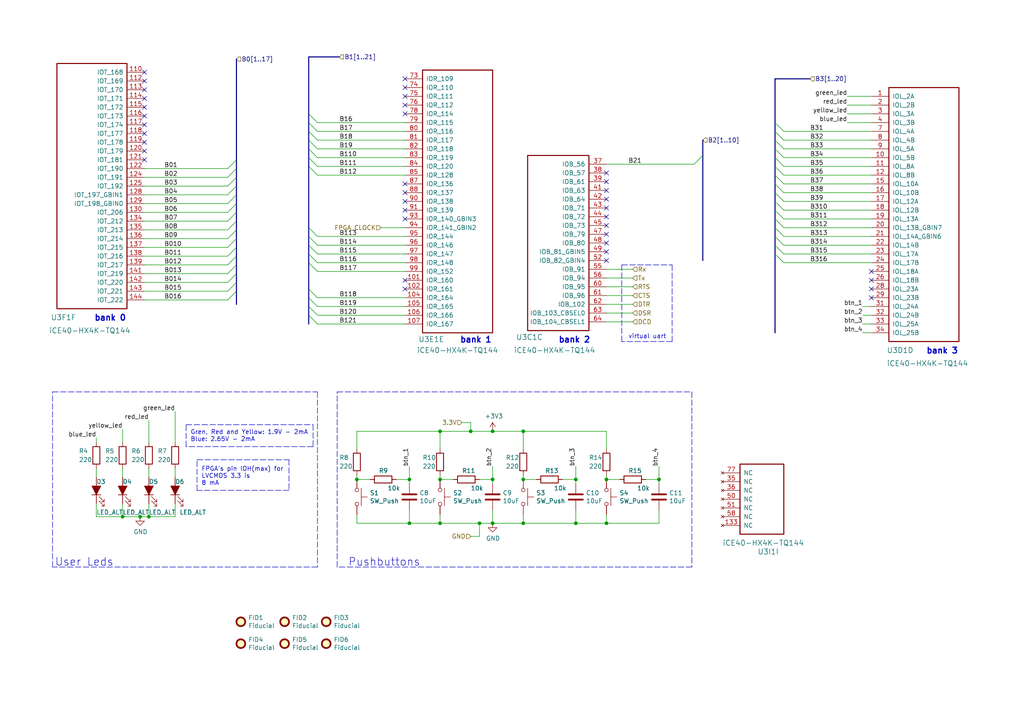
<source format=kicad_sch>
(kicad_sch (version 20231120) (generator "eeschema") (generator_version "8.0")
  (paper "A4")
  (title_block (title "FPGA Banks") (date "2020-04-19") (rev "1.2") (company "UTN - Facultad Regional Haedo - Grupo ASE"))
  (junction (at 151.765 125.095))
  (junction (at 142.875 139.065))
  (junction (at 127.635 151.765))
  (junction (at 40.64 149.86))
  (junction (at 127.635 139.065))
  (junction (at 167.005 151.765))
  (junction (at 167.005 139.065))
  (junction (at 118.745 151.765))
  (junction (at 118.745 139.065))
  (junction (at 139.065 151.765))
  (junction (at 142.875 151.765))
  (junction (at 175.895 139.065))
  (junction (at 35.56 149.86))
  (junction (at 151.765 139.065))
  (junction (at 43.18 149.86))
  (junction (at 175.895 151.765))
  (junction (at 127.635 125.095))
  (junction (at 103.505 139.065))
  (junction (at 142.875 125.095))
  (junction (at 191.135 139.065))
  (junction (at 136.525 125.095))
  (junction (at 151.765 151.765))
  (no_connect (at 117.475 25.4))
  (no_connect (at 117.475 53.34))
  (no_connect (at 252.73 86.36))
  (no_connect (at 117.475 60.96))
  (no_connect (at 117.475 55.88))
  (no_connect (at 175.895 60.325))
  (no_connect (at 41.91 31.115))
  (no_connect (at 117.475 30.48))
  (no_connect (at 117.475 27.94))
  (no_connect (at 41.91 41.275))
  (no_connect (at 41.91 43.815))
  (no_connect (at 175.895 55.245))
  (no_connect (at 175.895 73.025))
  (no_connect (at 41.91 38.735))
  (no_connect (at 41.91 26.035))
  (no_connect (at 41.91 23.495))
  (no_connect (at 117.475 83.82))
  (no_connect (at 175.895 67.945))
  (no_connect (at 252.73 78.74))
  (no_connect (at 41.91 46.355))
  (no_connect (at 175.895 57.785))
  (no_connect (at 41.91 33.655))
  (no_connect (at 175.895 65.405))
  (no_connect (at 41.91 28.575))
  (no_connect (at 41.91 20.955))
  (no_connect (at 175.895 52.705))
  (no_connect (at 175.895 75.565))
  (no_connect (at 117.475 63.5))
  (no_connect (at 117.475 22.86))
  (no_connect (at 117.475 58.42))
  (no_connect (at 252.73 83.82))
  (no_connect (at 175.895 62.865))
  (no_connect (at 117.475 33.02))
  (no_connect (at 117.475 81.28))
  (no_connect (at 41.91 36.195))
  (no_connect (at 252.73 81.28))
  (no_connect (at 175.895 70.485))
  (no_connect (at 175.895 50.165))
  (bus_entry (at 89.535 48.26) (size 2.54 2.54))
  (bus_entry (at 89.535 86.36) (size 2.54 2.54))
  (bus_entry (at 224.79 45.72) (size 2.54 2.54))
  (bus_entry (at 66.04 66.675) (size 2.54 -2.54))
  (bus_entry (at 89.535 83.82) (size 2.54 2.54))
  (bus_entry (at 224.79 38.1) (size 2.54 2.54))
  (bus_entry (at 89.535 33.02) (size 2.54 2.54))
  (bus_entry (at 89.535 76.2) (size 2.54 2.54))
  (bus_entry (at 224.79 58.42) (size 2.54 2.54))
  (bus_entry (at 66.04 69.215) (size 2.54 -2.54))
  (bus_entry (at 201.295 47.625) (size 2.54 -2.54))
  (bus_entry (at 66.04 56.515) (size 2.54 -2.54))
  (bus_entry (at 89.535 35.56) (size 2.54 2.54))
  (bus_entry (at 224.79 66.04) (size 2.54 2.54))
  (bus_entry (at 224.79 40.64) (size 2.54 2.54))
  (bus_entry (at 66.04 53.975) (size 2.54 -2.54))
  (bus_entry (at 224.79 53.34) (size 2.54 2.54))
  (bus_entry (at 66.04 64.135) (size 2.54 -2.54))
  (bus_entry (at 66.04 51.435) (size 2.54 -2.54))
  (bus_entry (at 66.04 76.835) (size 2.54 -2.54))
  (bus_entry (at 66.04 86.995) (size 2.54 -2.54))
  (bus_entry (at 224.79 71.12) (size 2.54 2.54))
  (bus_entry (at 224.79 48.26) (size 2.54 2.54))
  (bus_entry (at 224.79 43.18) (size 2.54 2.54))
  (bus_entry (at 89.535 68.58) (size 2.54 2.54))
  (bus_entry (at 66.04 59.055) (size 2.54 -2.54))
  (bus_entry (at 89.535 91.44) (size 2.54 2.54))
  (bus_entry (at 66.04 81.915) (size 2.54 -2.54))
  (bus_entry (at 89.535 66.04) (size 2.54 2.54))
  (bus_entry (at 66.04 71.755) (size 2.54 -2.54))
  (bus_entry (at 89.535 38.1) (size 2.54 2.54))
  (bus_entry (at 89.535 88.9) (size 2.54 2.54))
  (bus_entry (at 224.79 63.5) (size 2.54 2.54))
  (bus_entry (at 66.04 84.455) (size 2.54 -2.54))
  (bus_entry (at 89.535 43.18) (size 2.54 2.54))
  (bus_entry (at 66.04 79.375) (size 2.54 -2.54))
  (bus_entry (at 66.04 48.895) (size 2.54 -2.54))
  (bus_entry (at 66.04 74.295) (size 2.54 -2.54))
  (bus_entry (at 89.535 71.12) (size 2.54 2.54))
  (bus_entry (at 66.04 61.595) (size 2.54 -2.54))
  (bus_entry (at 224.79 55.88) (size 2.54 2.54))
  (bus_entry (at 89.535 73.66) (size 2.54 2.54))
  (bus_entry (at 224.79 35.56) (size 2.54 2.54))
  (bus_entry (at 89.535 45.72) (size 2.54 2.54))
  (bus_entry (at 89.535 40.64) (size 2.54 2.54))
  (bus_entry (at 224.79 60.96) (size 2.54 2.54))
  (bus_entry (at 224.79 68.58) (size 2.54 2.54))
  (bus_entry (at 224.79 50.8) (size 2.54 2.54))
  (bus_entry (at 224.79 73.66) (size 2.54 2.54))
  (polyline (pts (xy 83.82 142.24) (xy 57.15 142.24)) (stroke (width 0) (type dash)))
  (polyline (pts (xy 180.34 99.06) (xy 180.34 76.835)) (stroke (width 0) (type dash)))
  (wire (pts (xy 127.635 125.095) (xy 136.525 125.095)))
  (wire (pts (xy 43.18 135.89) (xy 43.18 138.43)))
  (bus (pts (xy 224.79 73.66) (xy 224.79 96.52)))
  (wire (pts (xy 151.765 130.175) (xy 151.765 125.095)))
  (polyline (pts (xy 53.975 123.19) (xy 90.805 123.19)) (stroke (width 0) (type dash)))
  (bus (pts (xy 224.79 48.26) (xy 224.79 50.8)))
  (bus (pts (xy 89.535 16.51) (xy 89.535 33.02)))
  (bus (pts (xy 89.535 40.64) (xy 89.535 43.18)))
  (wire (pts (xy 139.065 151.765) (xy 127.635 151.765)))
  (bus (pts (xy 68.58 51.435) (xy 68.58 53.975)))
  (wire (pts (xy 103.505 149.225) (xy 103.505 151.765)))
  (bus (pts (xy 68.58 79.375) (xy 68.58 81.915)))
  (polyline (pts (xy 90.805 129.54) (xy 53.975 129.54)) (stroke (width 0) (type dash)))
  (bus (pts (xy 68.58 71.755) (xy 68.58 74.295)))
  (wire (pts (xy 41.91 51.435) (xy 66.04 51.435)))
  (wire (pts (xy 41.91 81.915) (xy 66.04 81.915)))
  (wire (pts (xy 167.005 151.765) (xy 167.005 147.955)))
  (bus (pts (xy 89.535 48.26) (xy 89.535 66.04)))
  (wire (pts (xy 41.91 71.755) (xy 66.04 71.755)))
  (wire (pts (xy 252.73 93.98) (xy 250.19 93.98)))
  (wire (pts (xy 92.075 50.8) (xy 117.475 50.8)))
  (bus (pts (xy 89.535 73.66) (xy 89.535 76.2)))
  (wire (pts (xy 136.525 122.555) (xy 136.525 125.095)))
  (wire (pts (xy 41.91 56.515) (xy 66.04 56.515)))
  (polyline (pts (xy 57.15 142.24) (xy 57.15 133.35)) (stroke (width 0) (type dash)))
  (bus (pts (xy 68.58 53.975) (xy 68.58 56.515)))
  (wire (pts (xy 118.745 140.335) (xy 118.745 139.065)))
  (wire (pts (xy 92.075 88.9) (xy 117.475 88.9)))
  (wire (pts (xy 252.73 33.02) (xy 245.745 33.02)))
  (wire (pts (xy 227.33 60.96) (xy 252.73 60.96)))
  (bus (pts (xy 89.535 88.9) (xy 89.535 91.44)))
  (wire (pts (xy 142.875 125.095) (xy 151.765 125.095)))
  (wire (pts (xy 227.33 76.2) (xy 252.73 76.2)))
  (bus (pts (xy 89.535 33.02) (xy 89.535 35.56)))
  (bus (pts (xy 224.79 35.56) (xy 224.79 38.1)))
  (wire (pts (xy 107.315 139.065) (xy 103.505 139.065)))
  (bus (pts (xy 68.58 81.915) (xy 68.58 84.455)))
  (wire (pts (xy 92.075 73.66) (xy 117.475 73.66)))
  (wire (pts (xy 27.94 146.05) (xy 27.94 149.86)))
  (wire (pts (xy 151.765 125.095) (xy 175.895 125.095)))
  (wire (pts (xy 142.875 151.765) (xy 151.765 151.765)))
  (wire (pts (xy 92.075 35.56) (xy 117.475 35.56)))
  (wire (pts (xy 43.18 146.05) (xy 43.18 149.86)))
  (polyline (pts (xy 90.805 123.19) (xy 90.805 129.54)) (stroke (width 0) (type dash)))
  (wire (pts (xy 252.73 96.52) (xy 250.19 96.52)))
  (wire (pts (xy 50.8 146.05) (xy 50.8 149.86)))
  (wire (pts (xy 227.33 66.04) (xy 252.73 66.04)))
  (wire (pts (xy 136.525 125.095) (xy 142.875 125.095)))
  (wire (pts (xy 43.18 149.86) (xy 40.64 149.86)))
  (wire (pts (xy 227.33 48.26) (xy 252.73 48.26)))
  (bus (pts (xy 224.79 68.58) (xy 224.79 71.12)))
  (bus (pts (xy 203.835 40.64) (xy 203.835 45.085)))
  (bus (pts (xy 89.535 45.72) (xy 89.535 48.26)))
  (wire (pts (xy 142.875 140.335) (xy 142.875 139.065)))
  (wire (pts (xy 252.73 88.9) (xy 250.19 88.9)))
  (polyline (pts (xy 180.34 76.835) (xy 194.945 76.835)) (stroke (width 0) (type dash)))
  (wire (pts (xy 27.94 135.89) (xy 27.94 138.43)))
  (bus (pts (xy 224.79 63.5) (xy 224.79 66.04)))
  (wire (pts (xy 191.135 135.255) (xy 191.135 139.065)))
  (wire (pts (xy 127.635 130.175) (xy 127.635 125.095)))
  (bus (pts (xy 68.58 69.215) (xy 68.58 71.755)))
  (wire (pts (xy 127.635 137.795) (xy 127.635 139.065)))
  (wire (pts (xy 41.91 74.295) (xy 66.04 74.295)))
  (wire (pts (xy 118.745 151.765) (xy 118.745 147.955)))
  (bus (pts (xy 89.535 86.36) (xy 89.535 88.9)))
  (bus (pts (xy 224.79 22.86) (xy 224.79 35.56)))
  (wire (pts (xy 167.005 151.765) (xy 175.895 151.765)))
  (wire (pts (xy 142.875 151.765) (xy 139.065 151.765)))
  (wire (pts (xy 27.94 149.86) (xy 35.56 149.86)))
  (bus (pts (xy 68.58 76.835) (xy 68.58 79.375)))
  (wire (pts (xy 50.8 135.89) (xy 50.8 138.43)))
  (wire (pts (xy 191.135 151.765) (xy 191.135 147.955)))
  (wire (pts (xy 175.895 85.725) (xy 183.515 85.725)))
  (wire (pts (xy 167.005 135.255) (xy 167.005 139.065)))
  (bus (pts (xy 68.58 56.515) (xy 68.58 59.055)))
  (bus (pts (xy 68.58 59.055) (xy 68.58 61.595)))
  (wire (pts (xy 92.075 93.98) (xy 117.475 93.98)))
  (wire (pts (xy 175.895 47.625) (xy 201.295 47.625)))
  (wire (pts (xy 92.075 38.1) (xy 117.475 38.1)))
  (wire (pts (xy 35.56 146.05) (xy 35.56 149.86)))
  (bus (pts (xy 224.79 45.72) (xy 224.79 48.26)))
  (wire (pts (xy 175.895 78.105) (xy 183.515 78.105)))
  (wire (pts (xy 92.075 78.74) (xy 117.475 78.74)))
  (wire (pts (xy 142.875 135.255) (xy 142.875 139.065)))
  (wire (pts (xy 227.33 73.66) (xy 252.73 73.66)))
  (wire (pts (xy 41.91 76.835) (xy 66.04 76.835)))
  (polyline (pts (xy 97.79 164.465) (xy 97.79 113.665)) (stroke (width 0) (type dash)))
  (wire (pts (xy 175.895 90.805) (xy 183.515 90.805)))
  (wire (pts (xy 66.04 86.995) (xy 41.91 86.995)))
  (wire (pts (xy 41.91 61.595) (xy 66.04 61.595)))
  (bus (pts (xy 68.58 84.455) (xy 68.58 88.265)))
  (bus (pts (xy 68.58 66.675) (xy 68.58 69.215)))
  (wire (pts (xy 175.895 125.095) (xy 175.895 130.175)))
  (wire (pts (xy 175.895 80.645) (xy 183.515 80.645)))
  (bus (pts (xy 68.58 17.145) (xy 68.58 46.355)))
  (bus (pts (xy 89.535 68.58) (xy 89.535 71.12)))
  (wire (pts (xy 50.8 149.86) (xy 43.18 149.86)))
  (polyline (pts (xy 92.075 164.465) (xy 15.24 164.465)) (stroke (width 0) (type dash)))
  (wire (pts (xy 191.135 151.765) (xy 175.895 151.765)))
  (polyline (pts (xy 92.075 113.665) (xy 92.075 164.465)) (stroke (width 0) (type dash)))
  (wire (pts (xy 41.91 53.975) (xy 66.04 53.975)))
  (wire (pts (xy 35.56 135.89) (xy 35.56 138.43)))
  (wire (pts (xy 92.075 71.12) (xy 117.475 71.12)))
  (polyline (pts (xy 15.24 113.665) (xy 92.075 113.665)) (stroke (width 0) (type dash)))
  (wire (pts (xy 139.065 139.065) (xy 142.875 139.065)))
  (wire (pts (xy 114.935 139.065) (xy 118.745 139.065)))
  (wire (pts (xy 103.505 137.795) (xy 103.505 139.065)))
  (wire (pts (xy 43.18 121.92) (xy 43.18 128.27)))
  (wire (pts (xy 175.895 83.185) (xy 183.515 83.185)))
  (bus (pts (xy 224.79 55.88) (xy 224.79 58.42)))
  (bus (pts (xy 89.535 71.12) (xy 89.535 73.66)))
  (polyline (pts (xy 200.66 164.465) (xy 97.79 164.465)) (stroke (width 0) (type dash)))
  (wire (pts (xy 175.895 88.265) (xy 183.515 88.265)))
  (wire (pts (xy 163.195 139.065) (xy 167.005 139.065)))
  (bus (pts (xy 89.535 35.56) (xy 89.535 38.1)))
  (wire (pts (xy 151.765 149.225) (xy 151.765 151.765)))
  (wire (pts (xy 92.075 45.72) (xy 117.475 45.72)))
  (wire (pts (xy 252.73 35.56) (xy 245.745 35.56)))
  (wire (pts (xy 187.325 139.065) (xy 191.135 139.065)))
  (wire (pts (xy 92.075 48.26) (xy 117.475 48.26)))
  (polyline (pts (xy 15.24 164.465) (xy 15.24 113.665)) (stroke (width 0) (type dash)))
  (wire (pts (xy 227.33 58.42) (xy 252.73 58.42)))
  (bus (pts (xy 89.535 38.1) (xy 89.535 40.64)))
  (wire (pts (xy 245.745 27.94) (xy 252.73 27.94)))
  (wire (pts (xy 175.895 149.225) (xy 175.895 151.765)))
  (wire (pts (xy 245.745 30.48) (xy 252.73 30.48)))
  (bus (pts (xy 89.535 66.04) (xy 89.535 68.58)))
  (wire (pts (xy 127.635 149.225) (xy 127.635 151.765)))
  (bus (pts (xy 89.535 91.44) (xy 89.535 93.98)))
  (wire (pts (xy 41.91 69.215) (xy 66.04 69.215)))
  (wire (pts (xy 227.33 68.58) (xy 252.73 68.58)))
  (wire (pts (xy 252.73 91.44) (xy 250.19 91.44)))
  (wire (pts (xy 118.745 151.765) (xy 127.635 151.765)))
  (wire (pts (xy 41.91 48.895) (xy 66.04 48.895)))
  (bus (pts (xy 224.79 40.64) (xy 224.79 43.18)))
  (wire (pts (xy 167.005 151.765) (xy 151.765 151.765)))
  (polyline (pts (xy 194.945 99.06) (xy 180.34 99.06)) (stroke (width 0) (type dash)))
  (wire (pts (xy 41.91 79.375) (xy 66.04 79.375)))
  (wire (pts (xy 227.33 43.18) (xy 252.73 43.18)))
  (polyline (pts (xy 194.945 76.835) (xy 194.945 99.06)) (stroke (width 0) (type dash)))
  (wire (pts (xy 92.075 86.36) (xy 117.475 86.36)))
  (bus (pts (xy 224.79 43.18) (xy 224.79 45.72)))
  (bus (pts (xy 224.79 50.8) (xy 224.79 53.34)))
  (wire (pts (xy 131.445 139.065) (xy 127.635 139.065)))
  (wire (pts (xy 117.475 66.04) (xy 110.49 66.04)))
  (bus (pts (xy 89.535 83.82) (xy 89.535 86.36)))
  (bus (pts (xy 224.79 71.12) (xy 224.79 73.66)))
  (bus (pts (xy 68.58 64.135) (xy 68.58 66.675)))
  (wire (pts (xy 155.575 139.065) (xy 151.765 139.065)))
  (wire (pts (xy 227.33 45.72) (xy 252.73 45.72)))
  (polyline (pts (xy 97.79 113.665) (xy 200.66 113.665)) (stroke (width 0) (type dash)))
  (wire (pts (xy 41.91 84.455) (xy 66.04 84.455)))
  (bus (pts (xy 224.79 66.04) (xy 224.79 68.58)))
  (wire (pts (xy 227.33 53.34) (xy 252.73 53.34)))
  (wire (pts (xy 92.075 68.58) (xy 117.475 68.58)))
  (wire (pts (xy 227.33 50.8) (xy 252.73 50.8)))
  (wire (pts (xy 227.33 55.88) (xy 252.73 55.88)))
  (wire (pts (xy 27.94 128.27) (xy 27.94 127)))
  (bus (pts (xy 203.835 45.085) (xy 203.835 75.565)))
  (wire (pts (xy 92.075 91.44) (xy 117.475 91.44)))
  (wire (pts (xy 118.745 139.065) (xy 118.745 135.255)))
  (wire (pts (xy 35.56 124.46) (xy 35.56 128.27)))
  (wire (pts (xy 66.04 59.055) (xy 41.91 59.055)))
  (bus (pts (xy 224.79 58.42) (xy 224.79 60.96)))
  (wire (pts (xy 41.91 64.135) (xy 66.04 64.135)))
  (polyline (pts (xy 83.82 133.35) (xy 83.82 142.24)) (stroke (width 0) (type dash)))
  (wire (pts (xy 151.765 137.795) (xy 151.765 139.065)))
  (wire (pts (xy 227.33 40.64) (xy 252.73 40.64)))
  (wire (pts (xy 175.895 93.345) (xy 183.515 93.345)))
  (wire (pts (xy 103.505 130.175) (xy 103.505 125.095)))
  (wire (pts (xy 227.33 63.5) (xy 252.73 63.5)))
  (wire (pts (xy 136.525 155.575) (xy 139.065 155.575)))
  (wire (pts (xy 103.505 151.765) (xy 118.745 151.765)))
  (wire (pts (xy 167.005 140.335) (xy 167.005 139.065)))
  (bus (pts (xy 68.58 74.295) (xy 68.58 76.835)))
  (wire (pts (xy 227.33 71.12) (xy 252.73 71.12)))
  (bus (pts (xy 224.79 38.1) (xy 224.79 40.64)))
  (wire (pts (xy 191.135 140.335) (xy 191.135 139.065)))
  (polyline (pts (xy 200.66 113.665) (xy 200.66 164.465)) (stroke (width 0) (type dash)))
  (bus (pts (xy 68.58 48.895) (xy 68.58 51.435)))
  (bus (pts (xy 89.535 76.2) (xy 89.535 83.82)))
  (bus (pts (xy 224.79 53.34) (xy 224.79 55.88)))
  (polyline (pts (xy 57.15 133.35) (xy 83.82 133.35)) (stroke (width 0) (type dash)))
  (bus (pts (xy 89.535 16.51) (xy 98.425 16.51)))
  (wire (pts (xy 142.875 151.765) (xy 142.875 147.955)))
  (bus (pts (xy 89.535 43.18) (xy 89.535 45.72)))
  (wire (pts (xy 92.075 43.18) (xy 117.475 43.18)))
  (wire (pts (xy 92.075 40.64) (xy 117.475 40.64)))
  (bus (pts (xy 68.58 46.355) (xy 68.58 48.895)))
  (wire (pts (xy 103.505 125.095) (xy 127.635 125.095)))
  (bus (pts (xy 224.79 60.96) (xy 224.79 63.5)))
  (wire (pts (xy 41.91 66.675) (xy 66.04 66.675)))
  (wire (pts (xy 133.985 122.555) (xy 136.525 122.555)))
  (wire (pts (xy 92.075 76.2) (xy 117.475 76.2)))
  (wire (pts (xy 227.33 38.1) (xy 252.73 38.1)))
  (wire (pts (xy 50.8 119.38) (xy 50.8 128.27)))
  (wire (pts (xy 139.065 155.575) (xy 139.065 151.765)))
  (wire (pts (xy 35.56 149.86) (xy 40.64 149.86)))
  (wire (pts (xy 175.895 137.795) (xy 175.895 139.065)))
  (bus (pts (xy 68.58 61.595) (xy 68.58 64.135)))
  (bus (pts (xy 224.79 22.86) (xy 234.95 22.86)))
  (wire (pts (xy 179.705 139.065) (xy 175.895 139.065)))
  (polyline (pts (xy 53.975 129.54) (xy 53.975 123.19)) (stroke (width 0) (type dash)))
  (text "FPGA's pin IOH(max) for \nLVCMOS 3.3 is \n8 mA" (at 58.42 140.97 0) (effects (font (size 1.27 1.27)) (justify left bottom)))
  (text "User Leds" (at 15.875 164.465 0) (effects (font (size 2.2606 2.2606)) (justify left bottom)))
  (text "bank 0" (at 27.305 93.345 0) (effects (font (size 1.7018 1.7018) (thickness 0.3404) (bold yes)) (justify left bottom)))
  (text "Pushbuttons" (at 100.965 164.465 0) (effects (font (size 2.2606 2.2606)) (justify left bottom)))
  (text "bank 3" (at 268.605 102.87 0) (effects (font (size 1.7018 1.7018) (thickness 0.3404) (bold yes)) (justify left bottom)))
  (text "bank 2" (at 161.925 99.695 0) (effects (font (size 1.7018 1.7018) (thickness 0.3404) (bold yes)) (justify left bottom)))
  (text "Gren, Red and Yellow: 1.9V - 2mA\nBlue: 2.65V - 2mA" (at 55.245 128.27 0) (effects (font (size 1.27 1.27)) (justify left bottom)))
  (text "virtual uart" (at 182.245 98.425 0) (effects (font (size 1.27 1.27)) (justify left bottom)))
  (text "bank 1" (at 133.35 99.695 0) (effects (font (size 1.7018 1.7018) (thickness 0.3404) (bold yes)) (justify left bottom)))
  (label "red_led" (at 245.745 30.48 180))
  (label "green_led" (at 245.745 27.94 180))
  (label "red_led" (at 43.18 121.92 180))
  (label "B111" (at 98.425 48.26 0))
  (label "B35" (at 234.95 48.26 0))
  (label "B117" (at 98.425 78.74 0))
  (label "B118" (at 98.425 86.36 0))
  (label "btn_3" (at 250.19 93.98 180))
  (label "B013" (at 47.625 79.375 0))
  (label "B120" (at 98.425 91.44 0))
  (label "B05" (at 47.625 59.055 0))
  (label "blue_led" (at 27.94 127 180))
  (label "B114" (at 98.425 71.12 0))
  (label "B02" (at 47.625 51.435 0))
  (label "btn_2" (at 250.19 91.44 180))
  (label "B016" (at 47.625 86.995 0))
  (label "B16" (at 98.425 35.56 0))
  (label "B312" (at 234.95 66.04 0))
  (label "B314" (at 234.95 71.12 0))
  (label "B21" (at 182.245 47.625 0))
  (label "B06" (at 47.625 61.595 0))
  (label "B09" (at 47.625 69.215 0))
  (label "btn_1" (at 118.745 135.255 90))
  (label "btn_2" (at 142.875 135.255 90))
  (label "blue_led" (at 245.745 35.56 180))
  (label "B08" (at 47.625 66.675 0))
  (label "B313" (at 234.95 68.58 0))
  (label "green_led" (at 50.8 119.38 180))
  (label "B113" (at 98.425 68.58 0))
  (label "B012" (at 47.625 76.835 0))
  (label "yellow_led" (at 245.745 33.02 180))
  (label "B32" (at 234.95 40.64 0))
  (label "B014" (at 47.625 81.915 0))
  (label "B010" (at 47.625 71.755 0))
  (label "B03" (at 47.625 53.975 0))
  (label "B015" (at 47.625 84.455 0))
  (label "btn_1" (at 250.19 88.9 180))
  (label "B115" (at 98.425 73.66 0))
  (label "B07" (at 47.625 64.135 0))
  (label "B121" (at 98.425 93.98 0))
  (label "B34" (at 234.95 45.72 0))
  (label "B36" (at 234.95 50.8 0))
  (label "B315" (at 234.95 73.66 0))
  (label "B37" (at 234.95 53.34 0))
  (label "B18" (at 98.425 40.64 0))
  (label "B39" (at 234.95 58.42 0))
  (label "btn_3" (at 167.005 135.255 90))
  (label "B011" (at 47.625 74.295 0))
  (label "B31" (at 234.95 38.1 0))
  (label "B04" (at 47.625 56.515 0))
  (label "B17" (at 98.425 38.1 0))
  (label "B112" (at 98.425 50.8 0))
  (label "B33" (at 234.95 43.18 0))
  (label "btn_4" (at 191.135 135.255 90))
  (label "B316" (at 234.95 76.2 0))
  (label "B116" (at 98.425 76.2 0))
  (label "B310" (at 234.95 60.96 0))
  (label "B38" (at 234.95 55.88 0))
  (label "B01" (at 47.625 48.895 0))
  (label "B19" (at 98.425 43.18 0))
  (label "B311" (at 234.95 63.5 0))
  (label "btn_4" (at 250.19 96.52 180))
  (label "yellow_led" (at 35.56 124.46 180))
  (label "B119" (at 98.425 88.9 0))
  (label "B110" (at 98.425 45.72 0))
  (hierarchical_label "RTS" (shape input) (at 183.515 83.185 0))
  (hierarchical_label "3.3V" (shape input) (at 133.985 122.555 180))
  (hierarchical_label "CTS" (shape input) (at 183.515 85.725 0))
  (hierarchical_label "FPGA_CLOCK" (shape input) (at 110.49 66.04 180))
  (hierarchical_label "GND" (shape input) (at 136.525 155.575 180))
  (hierarchical_label "B2[1..10]" (shape input) (at 203.835 40.64 0))
  (hierarchical_label "B1[1..21]" (shape input) (at 98.425 16.51 0))
  (hierarchical_label "Rx" (shape input) (at 183.515 78.105 0))
  (hierarchical_label "Tx" (shape input) (at 183.515 80.645 0))
  (hierarchical_label "B0[1..17]" (shape input) (at 68.58 17.145 0))
  (hierarchical_label "B3[1..20]" (shape input) (at 234.95 22.86 0))
  (hierarchical_label "DSR" (shape input) (at 183.515 90.805 0))
  (hierarchical_label "DTR" (shape input) (at 183.515 88.265 0))
  (hierarchical_label "DCD" (shape input) (at 183.515 93.345 0))
  (symbol (lib_id "FPGA para todos-rescue:Fiducial-Mechanical-FPGA-para-todos-rescue") (at 82.55 180.34 0) (unit 1)
    (property "Reference" "FID2" (at 84.709 179.1716 0) (effects (justify left)))
    (property "Value" "Fiducial" (at 84.709 181.483 0) (effects (justify left)))
    (property "Footprint" "footprints:Fiducial_1mm_Mask2mm" (effects (hide yes)))
  )
  (symbol (lib_id "FPGA para todos-rescue:SW_Push-Switch-FPGA-para-todos-rescue") (at 175.895 144.145 270) (unit 1)
    (property "Reference" "S4" (at 179.6542 142.9766 90) (effects (justify left)))
    (property "Value" "SW_Push" (at 179.6542 145.288 90) (effects (justify left)))
    (property "Footprint" "footprints:PANASONIC_EVPBF_6MM_SMD" (effects (hide yes)))
    (property "EmptyField" "-" (effects (hide yes)))
    (property "DatasheetName" "6mm Square Middle Travel SMD - Light Touch Switch" (effects (hide yes)))
    (property "DatasheetLink" "https://ar.mouser.com/datasheet/2/315/ATK0000C432-1596775.pdf" (effects (hide yes)))
    (property "Manufacturer" "Panasonic Electronic Components" (effects (hide yes)))
    (property "OrderCode" "EVP-BFAC1A000 " (effects (hide yes)))
    (property "ProviderLink" "https://ar.mouser.com/ProductDetail/Panasonic/EVP-BFAC1A000?qs=%2Fha2pyFaduhQKotS%2Ff94%252BL6nruOHK912WqNsXCVfA9zBw7l2PXLJYA==" (effects (hide yes)))
    (property "ProviderOrderCode" "667-EVP-BFAC1A000 " (effects (hide yes)))
    (property "ComponentTechnology" "-" (effects (hide yes)))
  )
  (symbol (lib_id "FPGA para todos-rescue:LED_ALT-Device-FPGA-para-todos-rescue") (at 50.8 142.24 90) (unit 1)
    (property "Reference" "D6" (at 50.8 139.7 90) (effects (justify right)))
    (property "Value" "LED_ALT" (at 52.07 148.59 90) (effects (justify right)))
    (property "Footprint" "footprints:led_0805_recommended_land_pattern" (effects (hide yes)))
    (property "Description" "GREEN 1.9V - 2mA smd 0805 LED" (effects (hide yes)))
    (property "EmptyField" "-" (effects (hide yes)))
    (property "DatasheetName" "SURFACE MOUNT LED GREEN, 0805 PACKAGE, 2mA" (effects (hide yes)))
    (property "DatasheetLink" "https://ar.mouser.com/datasheet/2/50/SM0805GCL-880857.pdf" (effects (hide yes)))
    (property "Manufacturer" "Bivar" (effects (hide yes)))
    (property "OrderCode" "SM0805GCL" (effects (hide yes)))
    (property "ProviderLink" "https://ar.mouser.com/ProductDetail/Bivar/SM0805GCL?qs=sGAEpiMZZMseGfSY3csMkRDxXrk%2F%2FsW3r%2FUrkRfILvI%3D" (effects (hide yes)))
    (property "ProviderOrderCode" "749-SM0805GCL" (effects (hide yes)))
    (property "ComponentTechnology" "AlGaInP" (effects (hide yes)))
  )
  (symbol (lib_id "FPGA para todos-rescue:LED_ALT-Device-FPGA-para-todos-rescue") (at 27.94 142.24 90) (unit 1)
    (property "Reference" "D3" (at 27.94 139.7 90) (effects (justify right)))
    (property "Value" "LED_ALT" (at 27.94 148.59 90) (effects (justify right)))
    (property "Footprint" "footprints:led_0805_recommended_land_pattern" (effects (hide yes)))
    (property "Description" "Standard LEDs - SMD 2.0X1.2MM LOW CRNT " (effects (hide yes)))
    (property "EmptyField" "-" (effects (hide yes)))
    (property "DatasheetName" "APT2012LVBC/D" (effects (hide yes)))
    (property "DatasheetLink" "https://ar.mouser.com/datasheet/2/216/APT2012LVBC-D-535767.pdf" (effects (hide yes)))
    (property "Manufacturer" "Kingbright" (effects (hide yes)))
    (property "OrderCode" "APT2012LVBC/D" (effects (hide yes)))
    (property "ProviderLink" "https://ar.mouser.com/ProductDetail/Kingbright/APT2012LVBC-D?qs=sGAEpiMZZMseGfSY3csMkYfrPUYGlFxbiwgidCMtLoJa5s6F8rxzGA%3D%3D" (effects (hide yes)))
    (property "ProviderOrderCode" "604-APT2012LVBCD" (effects (hide yes)))
    (property "ComponentTechnology" "InGaN" (effects (hide yes)))
  )
  (symbol (lib_id "FPGA para todos-rescue:GND-power-FPGA-para-todos-rescue") (at 142.875 151.765 0) (unit 1)
    (property "Reference" "#PWR03" (effects (hide yes)))
    (property "Value" "GND" (at 143.002 156.1592 0))
  )
  (symbol (lib_id "FPGA para todos-rescue:LED_ALT-Device-FPGA-para-todos-rescue") (at 35.56 142.24 90) (unit 1)
    (property "Reference" "D4" (at 35.56 139.7 90) (effects (justify right)))
    (property "Value" "LED_ALT" (at 35.56 148.59 90) (effects (justify right)))
    (property "Footprint" "footprints:led_0805_recommended_land_pattern" (effects (hide yes)))
    (property "Description" "YELLOW 1.9V - 2mA smd 0805 LED" (effects (hide yes)))
    (property "EmptyField" "-" (effects (hide yes)))
    (property "DatasheetName" "SURFACE MOUNT LED YELLOW, 0805 PACKAGE, 2mA" (effects (hide yes)))
    (property "DatasheetLink" "https://ar.mouser.com/datasheet/2/50/SM0805YCL-881017.pdf" (effects (hide yes)))
    (property "Manufacturer" "Bivar" (effects (hide yes)))
    (property "OrderCode" "SM0805YCL" (effects (hide yes)))
    (property "ProviderLink" "https://ar.mouser.com/ProductDetail/Bivar/SM0805YCL?qs=sGAEpiMZZMuCm2JlHBGefs8jWBpsrBhrCjZpwmPMDI8%3D" (effects (hide yes)))
    (property "ProviderOrderCode" "749-SM0805YCL" (effects (hide yes)))
    (property "ComponentTechnology" "AlGaInP" (effects (hide yes)))
  )
  (symbol (lib_id "FPGA para todos-rescue:C-Device-FPGA-para-todos-rescue") (at 167.005 144.145 0) (unit 1)
    (property "Reference" "C10" (at 169.926 142.9766 0) (effects (justify left)))
    (property "Value" "10uF" (at 169.926 145.288 0) (effects (justify left)))
    (property "Footprint" "footprints:C_0805_2012Metric_Pad1.15x1.40mm_HandSolder" (effects (hide yes)))
    (property "Description" "Debouncing cap" (effects (hide yes)))
    (property "EmptyField" "-" (effects (hide yes)))
    (property "DatasheetName" "SURFACE MOUNT MULTILAYER CERAMIC CAPACITORS" (effects (hide yes)))
    (property "DatasheetLink" "https://ar.mouser.com/datasheet/2/447/UPY-GPHC_X5R_4V-to-50V_25-1131599.pdf" (effects (hide yes)))
    (property "Manufacturer" "YAGEO" (effects (hide yes)))
    (property "OrderCode" "CC0805KFX5R5BB106" (effects (hide yes)))
    (property "ProviderLink" "https://ar.mouser.com/ProductDetail/Yageo/CC0805KFX5R5BB106?qs=sGAEpiMZZMs0AnBnWHyRQC78fOh4A%252BtzKxcu72T1KFI%3D" (effects (hide yes)))
    (property "ProviderOrderCode" "603-CC805KFX5R5BB106" (effects (hide yes)))
    (property "ComponentTechnology" "ceramic - X5R series chip capacitors" (effects (hide yes)))
  )
  (symbol (lib_id "FPGA para todos-rescue:R-Device-FPGA-para-todos-rescue") (at 127.635 133.985 0) (unit 1)
    (property "Reference" "R10" (at 122.555 132.715 0) (effects (justify left)))
    (property "Value" "220" (at 122.555 135.255 0) (effects (justify left)))
    (property "Footprint" "footprints:R_0805_2012Metric_Pad1.15x1.40mm_HandSolder" (effects (hide yes)))
    (property "Description" "Thin Film Resistors - SMD 1/8W 220 ohm 1% 50ppm" (effects (hide yes)))
    (property "EmptyField" "-" (effects (hide yes)))
    (property "DatasheetName" "THIN FILMCHIP RESISTORS High precision-high stability" (effects (hide yes)))
    (property "DatasheetLink" "https://ar.mouser.com/datasheet/2/447/PYu-RT_1-to-0.01_RoHS_L_9-1222720.pdf" (effects (hide yes)))
    (property "Manufacturer" "YAGEO" (effects (hide yes)))
    (property "OrderCode" "RT0805FRE07220RL" (effects (hide yes)))
    (property "ProviderLink" "https://ar.mouser.com/ProductDetail/Yageo/RT0805FRE07220RL?qs=sGAEpiMZZMu61qfTUdNhGzNxiTetzVBnVuRR09dJyS0%3D" (effects (hide yes)))
    (property "ProviderOrderCode" "603-RT0805FRE07220RL" (effects (hide yes)))
    (property "ComponentTechnology" "THIN FILM CHIP RESISTORS" (effects (hide yes)))
  )
  (symbol (lib_id "FPGA para todos-rescue:+3.3V-power-FPGA-para-todos-rescue") (at 142.875 125.095 0) (unit 1)
    (property "Reference" "#PWR02" (effects (hide yes)))
    (property "Value" "+3V3" (at 143.256 120.7008 0))
  )
  (symbol (lib_id "FPGA para todos-rescue:Fiducial-Mechanical-FPGA-para-todos-rescue") (at 94.615 180.34 0) (unit 1)
    (property "Reference" "FID3" (at 96.774 179.1716 0) (effects (justify left)))
    (property "Value" "Fiducial" (at 96.774 181.483 0) (effects (justify left)))
    (property "Footprint" "footprints:Fiducial_1mm_Mask2mm" (effects (hide yes)))
  )
  (symbol (lib_id "FPGA para todos-rescue:R-Device-FPGA-para-todos-rescue") (at 50.8 132.08 0) (unit 1)
    (property "Reference" "R7" (at 45.72 130.81 0) (effects (justify left)))
    (property "Value" "220" (at 45.72 133.35 0) (effects (justify left)))
    (property "Footprint" "footprints:R_0805_2012Metric_Pad1.15x1.40mm_HandSolder" (effects (hide yes)))
    (property "Description" "Thin Film Resistors - SMD 1/8W 220 ohm 1% 50ppm" (effects (hide yes)))
    (property "EmptyField" "-" (effects (hide yes)))
    (property "DatasheetName" "THIN FILMCHIP RESISTORS High precision-high stability" (effects (hide yes)))
    (property "DatasheetLink" "https://ar.mouser.com/datasheet/2/447/PYu-RT_1-to-0.01_RoHS_L_9-1222720.pdf" (effects (hide yes)))
    (property "Manufacturer" "YAGEO" (effects (hide yes)))
    (property "OrderCode" "RT0805FRE07220RL" (effects (hide yes)))
    (property "ProviderLink" "https://ar.mouser.com/ProductDetail/Yageo/RT0805FRE07220RL?qs=sGAEpiMZZMu61qfTUdNhGzNxiTetzVBnVuRR09dJyS0%3D" (effects (hide yes)))
    (property "ProviderOrderCode" "603-RT0805FRE07220RL" (effects (hide yes)))
    (property "ComponentTechnology" "THIN FILM CHIP RESISTORS" (effects (hide yes)))
  )
  (symbol (lib_id "FPGA para todos-rescue:R-Device-FPGA-para-todos-rescue") (at 103.505 133.985 0) (unit 1)
    (property "Reference" "R8" (at 98.425 132.715 0) (effects (justify left)))
    (property "Value" "220" (at 98.425 135.255 0) (effects (justify left)))
    (property "Footprint" "footprints:R_0805_2012Metric_Pad1.15x1.40mm_HandSolder" (effects (hide yes)))
    (property "Description" "Thin Film Resistors - SMD 1/8W 220 ohm 1% 50ppm" (effects (hide yes)))
    (property "EmptyField" "-" (effects (hide yes)))
    (property "DatasheetName" "THIN FILMCHIP RESISTORS High precision-high stability" (effects (hide yes)))
    (property "DatasheetLink" "https://ar.mouser.com/datasheet/2/447/PYu-RT_1-to-0.01_RoHS_L_9-1222720.pdf" (effects (hide yes)))
    (property "Manufacturer" "YAGEO" (effects (hide yes)))
    (property "OrderCode" "RT0805FRE07220RL" (effects (hide yes)))
    (property "ProviderLink" "https://ar.mouser.com/ProductDetail/Yageo/RT0805FRE07220RL?qs=sGAEpiMZZMu61qfTUdNhGzNxiTetzVBnVuRR09dJyS0%3D" (effects (hide yes)))
    (property "ProviderOrderCode" "603-RT0805FRE07220RL" (effects (hide yes)))
    (property "ComponentTechnology" "THIN FILM CHIP RESISTORS" (effects (hide yes)))
  )
  (symbol (lib_id "FPGA para todos-rescue:GND-power-FPGA-para-todos-rescue") (at 40.64 149.86 0) (unit 1)
    (property "Reference" "#PWR01" (effects (hide yes)))
    (property "Value" "GND" (at 40.767 154.2542 0))
  )
  (symbol (lib_id "ice40-hx4k-tq144:iCE40-HX4K-TQ144") (at 175.895 47.625 0) (mirror y) (unit 3)
    (property "Reference" "U3C1" (at 157.48 97.79 0) (effects (font (size 1.524 1.524)) (justify left)))
    (property "Value" "iCE40-HX4K-TQ144" (at 172.72 101.6 0) (effects (font (size 1.524 1.524)) (justify left)))
    (property "Footprint" "footprints:QFP50P2200X2200X160-144N" (effects (hide yes)))
    (property "Description" "FPGA - Field Programmable Gate Array iCE40HX 3520 LUTs 1.2V Ultra Low-Power" (effects (hide yes)))
    (property "EmptyField" "-" (effects (hide yes)))
    (property "DatasheetName" "iCE40 LP/HX Family" (effects (hide yes)))
    (property "DatasheetLink" "https://ar.mouser.com/datasheet/2/225/FPGA-DS-02029-3-5-iCE40-LP-HX-Family-Data-Sheet-1022803.pdf" (effects (hide yes)))
    (property "Manufacturer" "Lattice" (effects (hide yes)))
    (property "OrderCode" "iCE40HX4K-TQ144" (effects (hide yes)))
    (property "ProviderLink" "https://ar.mouser.com/ProductDetail/Lattice/iCE40HX4K-TQ144?qs=%2Fha2pyFaduhJzbKPIVyuV1AxwgvoWTwReZRNA8sS2pFlkrTUNkMLRQ%3D%3D" (effects (hide yes)))
    (property "ProviderOrderCode" "842-ICE40HX4K-TQ144" (effects (hide yes)))
    (property "ComponentTechnology" "-" (effects (hide yes)))
  )
  (symbol (lib_id "FPGA para todos-rescue:R-Device-FPGA-para-todos-rescue") (at 35.56 132.08 0) (unit 1)
    (property "Reference" "R5" (at 30.48 130.81 0) (effects (justify left)))
    (property "Value" "220" (at 30.48 133.35 0) (effects (justify left)))
    (property "Footprint" "footprints:R_0805_2012Metric_Pad1.15x1.40mm_HandSolder" (effects (hide yes)))
    (property "Description" "Thin Film Resistors - SMD 1/8W 220 ohm 1% 50ppm" (effects (hide yes)))
    (property "EmptyField" "-" (effects (hide yes)))
    (property "DatasheetName" "THIN FILMCHIP RESISTORS High precision-high stability" (effects (hide yes)))
    (property "DatasheetLink" "https://ar.mouser.com/datasheet/2/447/PYu-RT_1-to-0.01_RoHS_L_9-1222720.pdf" (effects (hide yes)))
    (property "Manufacturer" "YAGEO" (effects (hide yes)))
    (property "OrderCode" "RT0805FRE07220RL" (effects (hide yes)))
    (property "ProviderLink" "https://ar.mouser.com/ProductDetail/Yageo/RT0805FRE07220RL?qs=sGAEpiMZZMu61qfTUdNhGzNxiTetzVBnVuRR09dJyS0%3D" (effects (hide yes)))
    (property "ProviderOrderCode" "603-RT0805FRE07220RL" (effects (hide yes)))
    (property "ComponentTechnology" "THIN FILM CHIP RESISTORS" (effects (hide yes)))
  )
  (symbol (lib_id "FPGA para todos-rescue:SW_Push-Switch-FPGA-para-todos-rescue") (at 127.635 144.145 270) (unit 1)
    (property "Reference" "S2" (at 131.3942 142.9766 90) (effects (justify left)))
    (property "Value" "SW_Push" (at 131.3942 145.288 90) (effects (justify left)))
    (property "Footprint" "footprints:PANASONIC_EVPBF_6MM_SMD" (effects (hide yes)))
    (property "EmptyField" "-" (effects (hide yes)))
    (property "DatasheetName" "6mm Square Middle Travel SMD - Light Touch Switch" (effects (hide yes)))
    (property "DatasheetLink" "https://ar.mouser.com/datasheet/2/315/ATK0000C432-1596775.pdf" (effects (hide yes)))
    (property "Manufacturer" "Panasonic Electronic Components" (effects (hide yes)))
    (property "OrderCode" "EVP-BFAC1A000 " (effects (hide yes)))
    (property "ProviderLink" "https://ar.mouser.com/ProductDetail/Panasonic/EVP-BFAC1A000?qs=%2Fha2pyFaduhQKotS%2Ff94%252BL6nruOHK912WqNsXCVfA9zBw7l2PXLJYA==" (effects (hide yes)))
    (property "ProviderOrderCode" "667-EVP-BFAC1A000 " (effects (hide yes)))
    (property "ComponentTechnology" "-" (effects (hide yes)))
  )
  (symbol (lib_id "FPGA para todos-rescue:R-Device-FPGA-para-todos-rescue") (at 151.765 133.985 0) (unit 1)
    (property "Reference" "R12" (at 146.685 132.715 0) (effects (justify left)))
    (property "Value" "220" (at 146.685 135.255 0) (effects (justify left)))
    (property "Footprint" "footprints:R_0805_2012Metric_Pad1.15x1.40mm_HandSolder" (effects (hide yes)))
    (property "Description" "Thin Film Resistors - SMD 1/8W 220 ohm 1% 50ppm" (effects (hide yes)))
    (property "EmptyField" "-" (effects (hide yes)))
    (property "DatasheetName" "THIN FILMCHIP RESISTORS High precision-high stability" (effects (hide yes)))
    (property "DatasheetLink" "https://ar.mouser.com/datasheet/2/447/PYu-RT_1-to-0.01_RoHS_L_9-1222720.pdf" (effects (hide yes)))
    (property "Manufacturer" "YAGEO" (effects (hide yes)))
    (property "OrderCode" "RT0805FRE07220RL" (effects (hide yes)))
    (property "ProviderLink" "https://ar.mouser.com/ProductDetail/Yageo/RT0805FRE07220RL?qs=sGAEpiMZZMu61qfTUdNhGzNxiTetzVBnVuRR09dJyS0%3D" (effects (hide yes)))
    (property "ProviderOrderCode" "603-RT0805FRE07220RL" (effects (hide yes)))
    (property "ComponentTechnology" "THIN FILM CHIP RESISTORS" (effects (hide yes)))
  )
  (symbol (lib_id "FPGA para todos-rescue:Fiducial-Mechanical-FPGA-para-todos-rescue") (at 69.85 186.69 0) (unit 1)
    (property "Reference" "FID4" (at 72.009 185.5216 0) (effects (justify left)))
    (property "Value" "Fiducial" (at 72.009 187.833 0) (effects (justify left)))
    (property "Footprint" "footprints:Fiducial_1mm_Mask2mm" (effects (hide yes)))
  )
  (symbol (lib_id "FPGA para todos-rescue:R-Device-FPGA-para-todos-rescue") (at 111.125 139.065 270) (unit 1)
    (property "Reference" "R9" (at 109.855 136.525 90) (effects (justify left)))
    (property "Value" "10k" (at 112.395 141.605 90) (effects (justify left)))
    (property "Footprint" "footprints:R_0805_2012Metric_Pad1.15x1.40mm_HandSolder" (effects (hide yes)))
    (property "Description" "Thin Film Resistors - SMD 1/8W 10K ohm 1% 50ppm " (effects (hide yes)))
    (property "EmptyField" "-" (effects (hide yes)))
    (property "DatasheetName" "THIN FILMCHIP RESISTORS High precision-high stability" (effects (hide yes)))
    (property "DatasheetLink" "https://ar.mouser.com/datasheet/2/447/PYu-RT_1-to-0.01_RoHS_L_9-1222720.pdf" (effects (hide yes)))
    (property "Manufacturer" "YAGEO" (effects (hide yes)))
    (property "OrderCode" "RT0805FRE0710KL" (effects (hide yes)))
    (property "ProviderLink" "https://ar.mouser.com/ProductDetail/Yageo/RT0805FRE0710KL?qs=sGAEpiMZZMu61qfTUdNhGxEjuuBLd0B41oWml1pU2QE%3D" (effects (hide yes)))
    (property "ProviderOrderCode" "603-RT0805FRE0710KL" (effects (hide yes)))
    (property "ComponentTechnology" "THIN FILMCHIP RESISTORS" (effects (hide yes)))
  )
  (symbol (lib_id "FPGA para todos-rescue:R-Device-FPGA-para-todos-rescue") (at 183.515 139.065 270) (unit 1)
    (property "Reference" "R15" (at 182.245 136.525 90) (effects (justify left)))
    (property "Value" "10k" (at 184.785 141.605 90) (effects (justify left)))
    (property "Footprint" "footprints:R_0805_2012Metric_Pad1.15x1.40mm_HandSolder" (effects (hide yes)))
    (property "Description" "Thin Film Resistors - SMD 1/8W 10K ohm 1% 50ppm " (effects (hide yes)))
    (property "EmptyField" "-" (effects (hide yes)))
    (property "DatasheetName" "THIN FILMCHIP RESISTORS High precision-high stability" (effects (hide yes)))
    (property "DatasheetLink" "https://ar.mouser.com/datasheet/2/447/PYu-RT_1-to-0.01_RoHS_L_9-1222720.pdf" (effects (hide yes)))
    (property "Manufacturer" "YAGEO" (effects (hide yes)))
    (property "OrderCode" "RT0805FRE0710KL" (effects (hide yes)))
    (property "ProviderLink" "https://ar.mouser.com/ProductDetail/Yageo/RT0805FRE0710KL?qs=sGAEpiMZZMu61qfTUdNhGxEjuuBLd0B41oWml1pU2QE%3D" (effects (hide yes)))
    (property "ProviderOrderCode" "603-RT0805FRE0710KL" (effects (hide yes)))
    (property "ComponentTechnology" "THIN FILMCHIP RESISTORS" (effects (hide yes)))
  )
  (symbol (lib_id "FPGA para todos-rescue:R-Device-FPGA-para-todos-rescue") (at 159.385 139.065 270) (unit 1)
    (property "Reference" "R13" (at 158.115 136.525 90) (effects (justify left)))
    (property "Value" "10k" (at 160.655 141.605 90) (effects (justify left)))
    (property "Footprint" "footprints:R_0805_2012Metric_Pad1.15x1.40mm_HandSolder" (effects (hide yes)))
    (property "Description" "Thin Film Resistors - SMD 1/8W 10K ohm 1% 50ppm " (effects (hide yes)))
    (property "EmptyField" "-" (effects (hide yes)))
    (property "DatasheetName" "THIN FILMCHIP RESISTORS High precision-high stability" (effects (hide yes)))
    (property "DatasheetLink" "https://ar.mouser.com/datasheet/2/447/PYu-RT_1-to-0.01_RoHS_L_9-1222720.pdf" (effects (hide yes)))
    (property "Manufacturer" "YAGEO" (effects (hide yes)))
    (property "OrderCode" "RT0805FRE0710KL" (effects (hide yes)))
    (property "ProviderLink" "https://ar.mouser.com/ProductDetail/Yageo/RT0805FRE0710KL?qs=sGAEpiMZZMu61qfTUdNhGxEjuuBLd0B41oWml1pU2QE%3D" (effects (hide yes)))
    (property "ProviderOrderCode" "603-RT0805FRE0710KL" (effects (hide yes)))
    (property "ComponentTechnology" "THIN FILMCHIP RESISTORS" (effects (hide yes)))
  )
  (symbol (lib_id "FPGA para todos-rescue:R-Device-FPGA-para-todos-rescue") (at 135.255 139.065 270) (unit 1)
    (property "Reference" "R11" (at 133.985 136.525 90) (effects (justify left)))
    (property "Value" "10k" (at 136.525 141.605 90) (effects (justify left)))
    (property "Footprint" "footprints:R_0805_2012Metric_Pad1.15x1.40mm_HandSolder" (effects (hide yes)))
    (property "Description" "Thin Film Resistors - SMD 1/8W 10K ohm 1% 50ppm " (effects (hide yes)))
    (property "EmptyField" "-" (effects (hide yes)))
    (property "DatasheetName" "THIN FILMCHIP RESISTORS High precision-high stability" (effects (hide yes)))
    (property "DatasheetLink" "https://ar.mouser.com/datasheet/2/447/PYu-RT_1-to-0.01_RoHS_L_9-1222720.pdf" (effects (hide yes)))
    (property "Manufacturer" "YAGEO" (effects (hide yes)))
    (property "OrderCode" "RT0805FRE0710KL" (effects (hide yes)))
    (property "ProviderLink" "https://ar.mouser.com/ProductDetail/Yageo/RT0805FRE0710KL?qs=sGAEpiMZZMu61qfTUdNhGxEjuuBLd0B41oWml1pU2QE%3D" (effects (hide yes)))
    (property "ProviderOrderCode" "603-RT0805FRE0710KL" (effects (hide yes)))
    (property "ComponentTechnology" "THIN FILMCHIP RESISTORS" (effects (hide yes)))
  )
  (symbol (lib_id "ice40-hx4k-tq144:iCE40-HX4K-TQ144") (at 117.475 22.86 0) (unit 5)
    (property "Reference" "U3E1" (at 125.095 98.425 0) (effects (font (size 1.524 1.524))))
    (property "Value" "iCE40-HX4K-TQ144" (at 132.715 101.6 0) (effects (font (size 1.524 1.524))))
    (property "Footprint" "footprints:QFP50P2200X2200X160-144N" (effects (hide yes)))
    (property "Description" "FPGA - Field Programmable Gate Array iCE40HX 3520 LUTs 1.2V Ultra Low-Power" (effects (hide yes)))
    (property "EmptyField" "-" (effects (hide yes)))
    (property "DatasheetName" "iCE40 LP/HX Family" (effects (hide yes)))
    (property "DatasheetLink" "https://ar.mouser.com/datasheet/2/225/FPGA-DS-02029-3-5-iCE40-LP-HX-Family-Data-Sheet-1022803.pdf" (effects (hide yes)))
    (property "Manufacturer" "Lattice" (effects (hide yes)))
    (property "OrderCode" "iCE40HX4K-TQ144" (effects (hide yes)))
    (property "ProviderLink" "https://ar.mouser.com/ProductDetail/Lattice/iCE40HX4K-TQ144?qs=%2Fha2pyFaduhJzbKPIVyuV1AxwgvoWTwReZRNA8sS2pFlkrTUNkMLRQ%3D%3D" (effects (hide yes)))
    (property "ProviderOrderCode" "842-ICE40HX4K-TQ144" (effects (hide yes)))
    (property "ComponentTechnology" "-" (effects (hide yes)))
  )
  (symbol (lib_id "FPGA para todos-rescue:SW_Push-Switch-FPGA-para-todos-rescue") (at 103.505 144.145 270) (unit 1)
    (property "Reference" "S1" (at 107.2642 142.9766 90) (effects (justify left)))
    (property "Value" "SW_Push" (at 107.2642 145.288 90) (effects (justify left)))
    (property "Footprint" "footprints:PANASONIC_EVPBF_6MM_SMD" (effects (hide yes)))
    (property "EmptyField" "-" (effects (hide yes)))
    (property "DatasheetName" "6mm Square Middle Travel SMD - Light Touch Switch" (effects (hide yes)))
    (property "DatasheetLink" "https://ar.mouser.com/datasheet/2/315/ATK0000C432-1596775.pdf" (effects (hide yes)))
    (property "Manufacturer" "Panasonic Electronic Components" (effects (hide yes)))
    (property "OrderCode" "EVP-BFAC1A000 " (effects (hide yes)))
    (property "ProviderLink" "https://ar.mouser.com/ProductDetail/Panasonic/EVP-BFAC1A000?qs=%2Fha2pyFaduhQKotS%2Ff94%252BL6nruOHK912WqNsXCVfA9zBw7l2PXLJYA==" (effects (hide yes)))
    (property "ProviderOrderCode" "667-EVP-BFAC1A000 " (effects (hide yes)))
    (property "ComponentTechnology" "-" (effects (hide yes)))
  )
  (symbol (lib_id "FPGA para todos-rescue:R-Device-FPGA-para-todos-rescue") (at 27.94 132.08 0) (unit 1)
    (property "Reference" "R4" (at 22.86 130.81 0) (effects (justify left)))
    (property "Value" "220" (at 22.86 133.35 0) (effects (justify left)))
    (property "Footprint" "footprints:R_0805_2012Metric_Pad1.15x1.40mm_HandSolder" (effects (hide yes)))
    (property "Description" "Thin Film Resistors - SMD 1/8W 220 ohm 1% 50ppm" (effects (hide yes)))
    (property "EmptyField" "-" (effects (hide yes)))
    (property "DatasheetName" "THIN FILMCHIP RESISTORS High precision-high stability" (effects (hide yes)))
    (property "DatasheetLink" "https://ar.mouser.com/datasheet/2/447/PYu-RT_1-to-0.01_RoHS_L_9-1222720.pdf" (effects (hide yes)))
    (property "Manufacturer" "YAGEO" (effects (hide yes)))
    (property "OrderCode" "RT0805FRE07220RL" (effects (hide yes)))
    (property "ProviderLink" "https://ar.mouser.com/ProductDetail/Yageo/RT0805FRE07220RL?qs=sGAEpiMZZMu61qfTUdNhGzNxiTetzVBnVuRR09dJyS0%3D" (effects (hide yes)))
    (property "ProviderOrderCode" "603-RT0805FRE07220RL" (effects (hide yes)))
    (property "ComponentTechnology" "THIN FILM CHIP RESISTORS" (effects (hide yes)))
  )
  (symbol (lib_id "FPGA para todos-rescue:Fiducial-Mechanical-FPGA-para-todos-rescue") (at 82.55 186.69 0) (unit 1)
    (property "Reference" "FID5" (at 84.709 185.5216 0) (effects (justify left)))
    (property "Value" "Fiducial" (at 84.709 187.833 0) (effects (justify left)))
    (property "Footprint" "footprints:Fiducial_1mm_Mask2mm" (effects (hide yes)))
  )
  (symbol (lib_id "FPGA para todos-rescue:C-Device-FPGA-para-todos-rescue") (at 191.135 144.145 0) (unit 1)
    (property "Reference" "C11" (at 194.056 142.9766 0) (effects (justify left)))
    (property "Value" "10uF" (at 194.056 145.288 0) (effects (justify left)))
    (property "Footprint" "footprints:C_0805_2012Metric_Pad1.15x1.40mm_HandSolder" (effects (hide yes)))
    (property "Description" "Debouncing cap" (effects (hide yes)))
    (property "EmptyField" "-" (effects (hide yes)))
    (property "DatasheetName" "SURFACE MOUNT MULTILAYER CERAMIC CAPACITORS" (effects (hide yes)))
    (property "DatasheetLink" "https://ar.mouser.com/datasheet/2/447/UPY-GPHC_X5R_4V-to-50V_25-1131599.pdf" (effects (hide yes)))
    (property "Manufacturer" "YAGEO" (effects (hide yes)))
    (property "OrderCode" "CC0805KFX5R5BB106" (effects (hide yes)))
    (property "ProviderLink" "https://ar.mouser.com/ProductDetail/Yageo/CC0805KFX5R5BB106?qs=sGAEpiMZZMs0AnBnWHyRQC78fOh4A%252BtzKxcu72T1KFI%3D" (effects (hide yes)))
    (property "ProviderOrderCode" "603-CC805KFX5R5BB106" (effects (hide yes)))
    (property "ComponentTechnology" "ceramic - X5R series chip capacitors" (effects (hide yes)))
  )
  (symbol (lib_id "ice40-hx4k-tq144:iCE40-HX4K-TQ144") (at 252.73 27.94 0) (unit 4)
    (property "Reference" "U3D1" (at 257.175 101.6 0) (effects (font (size 1.524 1.524)) (justify left)))
    (property "Value" "iCE40-HX4K-TQ144" (at 257.175 105.41 0) (effects (font (size 1.524 1.524)) (justify left)))
    (property "Footprint" "footprints:QFP50P2200X2200X160-144N" (effects (hide yes)))
    (property "Description" "FPGA - Field Programmable Gate Array iCE40HX 3520 LUTs 1.2V Ultra Low-Power" (effects (hide yes)))
    (property "EmptyField" "-" (effects (hide yes)))
    (property "DatasheetName" "iCE40 LP/HX Family" (effects (hide yes)))
    (property "DatasheetLink" "https://ar.mouser.com/datasheet/2/225/FPGA-DS-02029-3-5-iCE40-LP-HX-Family-Data-Sheet-1022803.pdf" (effects (hide yes)))
    (property "Manufacturer" "Lattice" (effects (hide yes)))
    (property "OrderCode" "iCE40HX4K-TQ144" (effects (hide yes)))
    (property "ProviderLink" "https://ar.mouser.com/ProductDetail/Lattice/iCE40HX4K-TQ144?qs=%2Fha2pyFaduhJzbKPIVyuV1AxwgvoWTwReZRNA8sS2pFlkrTUNkMLRQ%3D%3D" (effects (hide yes)))
    (property "ProviderOrderCode" "842-ICE40HX4K-TQ144" (effects (hide yes)))
    (property "ComponentTechnology" "-" (effects (hide yes)))
  )
  (symbol (lib_id "FPGA para todos-rescue:Fiducial-Mechanical-FPGA-para-todos-rescue") (at 69.85 180.34 0) (unit 1)
    (property "Reference" "FID1" (at 72.009 179.1716 0) (effects (justify left)))
    (property "Value" "Fiducial" (at 72.009 181.483 0) (effects (justify left)))
    (property "Footprint" "footprints:Fiducial_1mm_Mask2mm" (effects (hide yes)))
  )
  (symbol (lib_id "FPGA para todos-rescue:C-Device-FPGA-para-todos-rescue") (at 118.745 144.145 0) (unit 1)
    (property "Reference" "C8" (at 121.666 142.9766 0) (effects (justify left)))
    (property "Value" "10uF" (at 121.666 145.288 0) (effects (justify left)))
    (property "Footprint" "footprints:C_0805_2012Metric_Pad1.15x1.40mm_HandSolder" (effects (hide yes)))
    (property "Description" "Debouncing cap" (effects (hide yes)))
    (property "EmptyField" "-" (effects (hide yes)))
    (property "DatasheetName" "SURFACE MOUNT MULTILAYER CERAMIC CAPACITORS" (effects (hide yes)))
    (property "DatasheetLink" "https://ar.mouser.com/datasheet/2/447/UPY-GPHC_X5R_4V-to-50V_25-1131599.pdf" (effects (hide yes)))
    (property "Manufacturer" "YAGEO" (effects (hide yes)))
    (property "OrderCode" "CC0805KFX5R5BB106" (effects (hide yes)))
    (property "ProviderLink" "https://ar.mouser.com/ProductDetail/Yageo/CC0805KFX5R5BB106?qs=sGAEpiMZZMs0AnBnWHyRQC78fOh4A%252BtzKxcu72T1KFI%3D" (effects (hide yes)))
    (property "ProviderOrderCode" "603-CC805KFX5R5BB106" (effects (hide yes)))
    (property "ComponentTechnology" "ceramic - X5R series chip capacitors" (effects (hide yes)))
  )
  (symbol (lib_id "FPGA para todos-rescue:LED_ALT-Device-FPGA-para-todos-rescue") (at 43.18 142.24 90) (unit 1)
    (property "Reference" "D5" (at 43.18 139.7 90) (effects (justify right)))
    (property "Value" "LED_ALT" (at 43.18 148.59 90) (effects (justify right)))
    (property "Footprint" "footprints:led_0805_recommended_land_pattern" (effects (hide yes)))
    (property "Description" "RED 1.9V - 2mA smd 0805 LED" (effects (hide yes)))
    (property "EmptyField" "-" (effects (hide yes)))
    (property "DatasheetName" "SURFACE MOUNT LED HE RED, 0805 PACKAGE, 2mA" (effects (hide yes)))
    (property "DatasheetLink" "https://ar.mouser.com/datasheet/2/50/SM0805HCL-880819.pdf" (effects (hide yes)))
    (property "Manufacturer" "Bivar" (effects (hide yes)))
    (property "OrderCode" "SM0805HCL" (effects (hide yes)))
    (property "ProviderLink" "https://ar.mouser.com/ProductDetail/Bivar/SM0805HCL?qs=jaLxTFIJCiunRhy8mE7Amw%3D%3D" (effects (hide yes)))
    (property "ProviderOrderCode" "749-SM0805HCL" (effects (hide yes)))
    (property "ComponentTechnology" "AlGaInP" (effects (hide yes)))
  )
  (symbol (lib_id "FPGA para todos-rescue:C-Device-FPGA-para-todos-rescue") (at 142.875 144.145 0) (unit 1)
    (property "Reference" "C9" (at 145.796 142.9766 0) (effects (justify left)))
    (property "Value" "10uF" (at 145.796 145.288 0) (effects (justify left)))
    (property "Footprint" "footprints:C_0805_2012Metric_Pad1.15x1.40mm_HandSolder" (effects (hide yes)))
    (property "Description" "Debouncing cap" (effects (hide yes)))
    (property "EmptyField" "-" (effects (hide yes)))
    (property "DatasheetName" "SURFACE MOUNT MULTILAYER CERAMIC CAPACITORS" (effects (hide yes)))
    (property "DatasheetLink" "https://ar.mouser.com/datasheet/2/447/UPY-GPHC_X5R_4V-to-50V_25-1131599.pdf" (effects (hide yes)))
    (property "Manufacturer" "YAGEO" (effects (hide yes)))
    (property "OrderCode" "CC0805KFX5R5BB106" (effects (hide yes)))
    (property "ProviderLink" "https://ar.mouser.com/ProductDetail/Yageo/CC0805KFX5R5BB106?qs=sGAEpiMZZMs0AnBnWHyRQC78fOh4A%252BtzKxcu72T1KFI%3D" (effects (hide yes)))
    (property "ProviderOrderCode" "603-CC805KFX5R5BB106" (effects (hide yes)))
    (property "ComponentTechnology" "ceramic - X5R series chip capacitors" (effects (hide yes)))
  )
  (symbol (lib_id "FPGA para todos-rescue:R-Device-FPGA-para-todos-rescue") (at 175.895 133.985 0) (unit 1)
    (property "Reference" "R14" (at 170.815 132.715 0) (effects (justify left)))
    (property "Value" "220" (at 170.815 135.255 0) (effects (justify left)))
    (property "Footprint" "footprints:R_0805_2012Metric_Pad1.15x1.40mm_HandSolder" (effects (hide yes)))
    (property "Description" "Thin Film Resistors - SMD 1/8W 220 ohm 1% 50ppm" (effects (hide yes)))
    (property "EmptyField" "-" (effects (hide yes)))
    (property "DatasheetName" "THIN FILMCHIP RESISTORS High precision-high stability" (effects (hide yes)))
    (property "DatasheetLink" "https://ar.mouser.com/datasheet/2/447/PYu-RT_1-to-0.01_RoHS_L_9-1222720.pdf" (effects (hide yes)))
    (property "Manufacturer" "YAGEO" (effects (hide yes)))
    (property "OrderCode" "RT0805FRE07220RL" (effects (hide yes)))
    (property "ProviderLink" "https://ar.mouser.com/ProductDetail/Yageo/RT0805FRE07220RL?qs=sGAEpiMZZMu61qfTUdNhGzNxiTetzVBnVuRR09dJyS0%3D" (effects (hide yes)))
    (property "ProviderOrderCode" "603-RT0805FRE07220RL" (effects (hide yes)))
    (property "ComponentTechnology" "THIN FILM CHIP RESISTORS" (effects (hide yes)))
  )
  (symbol (lib_id "ice40-hx4k-tq144:iCE40-HX4K-TQ144") (at 209.55 137.16 0) (unit 9)
    (property "Reference" "U3I1" (at 219.71 160.02 0) (effects (font (size 1.524 1.524)) (justify left)))
    (property "Value" "iCE40-HX4K-TQ144" (at 209.55 157.48 0) (effects (font (size 1.524 1.524)) (justify left)))
    (property "Footprint" "footprints:QFP50P2200X2200X160-144N" (effects (hide yes)))
    (property "Description" "FPGA - Field Programmable Gate Array iCE40HX 3520 LUTs 1.2V Ultra Low-Power" (effects (hide yes)))
    (property "EmptyField" "-" (effects (hide yes)))
    (property "DatasheetName" "iCE40 LP/HX Family" (effects (hide yes)))
    (property "DatasheetLink" "https://ar.mouser.com/datasheet/2/225/FPGA-DS-02029-3-5-iCE40-LP-HX-Family-Data-Sheet-1022803.pdf" (effects (hide yes)))
    (property "Manufacturer" "Lattice" (effects (hide yes)))
    (property "OrderCode" "iCE40HX4K-TQ144" (effects (hide yes)))
    (property "ProviderLink" "https://ar.mouser.com/ProductDetail/Lattice/iCE40HX4K-TQ144?qs=%2Fha2pyFaduhJzbKPIVyuV1AxwgvoWTwReZRNA8sS2pFlkrTUNkMLRQ%3D%3D" (effects (hide yes)))
    (property "ProviderOrderCode" "842-ICE40HX4K-TQ144" (effects (hide yes)))
    (property "ComponentTechnology" "-" (effects (hide yes)))
  )
  (symbol (lib_id "FPGA para todos-rescue:SW_Push-Switch-FPGA-para-todos-rescue") (at 151.765 144.145 270) (unit 1)
    (property "Reference" "S3" (at 155.5242 142.9766 90) (effects (justify left)))
    (property "Value" "SW_Push" (at 155.5242 145.288 90) (effects (justify left)))
    (property "Footprint" "footprints:PANASONIC_EVPBF_6MM_SMD" (effects (hide yes)))
    (property "EmptyField" "-" (effects (hide yes)))
    (property "DatasheetName" "6mm Square Middle Travel SMD - Light Touch Switch" (effects (hide yes)))
    (property "DatasheetLink" "https://ar.mouser.com/datasheet/2/315/ATK0000C432-1596775.pdf" (effects (hide yes)))
    (property "Manufacturer" "Panasonic Electronic Components" (effects (hide yes)))
    (property "OrderCode" "EVP-BFAC1A000 " (effects (hide yes)))
    (property "ProviderLink" "https://ar.mouser.com/ProductDetail/Panasonic/EVP-BFAC1A000?qs=%2Fha2pyFaduhQKotS%2Ff94%252BL6nruOHK912WqNsXCVfA9zBw7l2PXLJYA==" (effects (hide yes)))
    (property "ProviderOrderCode" "667-EVP-BFAC1A000 " (effects (hide yes)))
    (property "ComponentTechnology" "-" (effects (hide yes)))
  )
  (symbol (lib_id "FPGA para todos-rescue:Fiducial-Mechanical-FPGA-para-todos-rescue") (at 94.615 186.69 0) (unit 1)
    (property "Reference" "FID6" (at 96.774 185.5216 0) (effects (justify left)))
    (property "Value" "Fiducial" (at 96.774 187.833 0) (effects (justify left)))
    (property "Footprint" "footprints:Fiducial_1mm_Mask2mm" (effects (hide yes)))
  )
  (symbol (lib_id "ice40-hx4k-tq144:iCE40-HX4K-TQ144") (at 41.91 23.495 0) (mirror y) (unit 6)
    (property "Reference" "U3F1" (at 18.415 92.075 0) (effects (font (size 1.524 1.524))))
    (property "Value" "iCE40-HX4K-TQ144" (at 26.035 95.885 0) (effects (font (size 1.524 1.524))))
    (property "Footprint" "footprints:QFP50P2200X2200X160-144N" (effects (hide yes)))
    (property "Description" "FPGA - Field Programmable Gate Array iCE40HX 3520 LUTs 1.2V Ultra Low-Power" (effects (hide yes)))
    (property "EmptyField" "-" (effects (hide yes)))
    (property "DatasheetName" "iCE40 LP/HX Family" (effects (hide yes)))
    (property "DatasheetLink" "https://ar.mouser.com/datasheet/2/225/FPGA-DS-02029-3-5-iCE40-LP-HX-Family-Data-Sheet-1022803.pdf" (effects (hide yes)))
    (property "Manufacturer" "Lattice" (effects (hide yes)))
    (property "OrderCode" "iCE40HX4K-TQ144" (effects (hide yes)))
    (property "ProviderLink" "https://ar.mouser.com/ProductDetail/Lattice/iCE40HX4K-TQ144?qs=%2Fha2pyFaduhJzbKPIVyuV1AxwgvoWTwReZRNA8sS2pFlkrTUNkMLRQ%3D%3D" (effects (hide yes)))
    (property "ProviderOrderCode" "842-ICE40HX4K-TQ144" (effects (hide yes)))
    (property "ComponentTechnology" "-" (effects (hide yes)))
  )
  (symbol (lib_id "FPGA para todos-rescue:R-Device-FPGA-para-todos-rescue") (at 43.18 132.08 0) (unit 1)
    (property "Reference" "R6" (at 38.1 130.81 0) (effects (justify left)))
    (property "Value" "220" (at 38.1 133.35 0) (effects (justify left)))
    (property "Footprint" "footprints:R_0805_2012Metric_Pad1.15x1.40mm_HandSolder" (effects (hide yes)))
    (property "Description" "Thin Film Resistors - SMD 1/8W 220 ohm 1% 50ppm" (effects (hide yes)))
    (property "EmptyField" "-" (effects (hide yes)))
    (property "DatasheetName" "THIN FILMCHIP RESISTORS High precision-high stability" (effects (hide yes)))
    (property "DatasheetLink" "https://ar.mouser.com/datasheet/2/447/PYu-RT_1-to-0.01_RoHS_L_9-1222720.pdf" (effects (hide yes)))
    (property "Manufacturer" "YAGEO" (effects (hide yes)))
    (property "OrderCode" "RT0805FRE07220RL" (effects (hide yes)))
    (property "ProviderLink" "https://ar.mouser.com/ProductDetail/Yageo/RT0805FRE07220RL?qs=sGAEpiMZZMu61qfTUdNhGzNxiTetzVBnVuRR09dJyS0%3D" (effects (hide yes)))
    (property "ProviderOrderCode" "603-RT0805FRE07220RL" (effects (hide yes)))
    (property "ComponentTechnology" "THIN FILM CHIP RESISTORS" (effects (hide yes)))
  )
)
</source>
